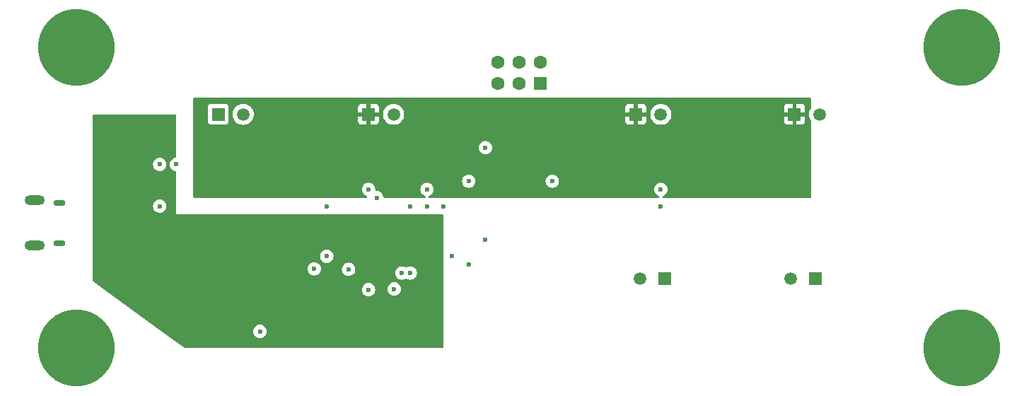
<source format=gbr>
%TF.GenerationSoftware,KiCad,Pcbnew,8.0.4*%
%TF.CreationDate,2024-11-13T20:23:26-08:00*%
%TF.ProjectId,Butterfly_v0,42757474-6572-4666-9c79-5f76302e6b69,rev?*%
%TF.SameCoordinates,Original*%
%TF.FileFunction,Copper,L3,Inr*%
%TF.FilePolarity,Positive*%
%FSLAX46Y46*%
G04 Gerber Fmt 4.6, Leading zero omitted, Abs format (unit mm)*
G04 Created by KiCad (PCBNEW 8.0.4) date 2024-11-13 20:23:26*
%MOMM*%
%LPD*%
G01*
G04 APERTURE LIST*
%TA.AperFunction,ComponentPad*%
%ADD10C,1.520000*%
%TD*%
%TA.AperFunction,ComponentPad*%
%ADD11R,1.520000X1.520000*%
%TD*%
%TA.AperFunction,ComponentPad*%
%ADD12O,2.400000X1.200000*%
%TD*%
%TA.AperFunction,ComponentPad*%
%ADD13O,1.460000X0.730000*%
%TD*%
%TA.AperFunction,ComponentPad*%
%ADD14C,9.200000*%
%TD*%
%TA.AperFunction,ComponentPad*%
%ADD15R,1.605000X1.605000*%
%TD*%
%TA.AperFunction,ComponentPad*%
%ADD16C,1.605000*%
%TD*%
%TA.AperFunction,ViaPad*%
%ADD17C,0.600000*%
%TD*%
G04 APERTURE END LIST*
D10*
%TO.N,GND*%
%TO.C,J6*%
X142500000Y-84680000D03*
D11*
%TO.N,Net-(J6-Pad1)*%
X145500000Y-84680000D03*
%TD*%
%TO.N,+12V*%
%TO.C,J4*%
X124000000Y-65000000D03*
D10*
%TO.N,Net-(J4-Pad2)*%
X127000000Y-65000000D03*
%TD*%
D12*
%TO.N,GND*%
%TO.C,J2*%
X52000000Y-80725000D03*
X52000000Y-75275000D03*
D13*
X55030000Y-80425000D03*
X55030000Y-75575000D03*
%TD*%
D11*
%TO.N,Net-(J7-Pad1)*%
%TO.C,J7*%
X127500000Y-84680000D03*
D10*
%TO.N,GND*%
X124500000Y-84680000D03*
%TD*%
D11*
%TO.N,+12V*%
%TO.C,J3*%
X92000000Y-65000000D03*
D10*
%TO.N,Net-(D2-PadA)*%
X95000000Y-65000000D03*
%TD*%
D14*
%TO.N,GND*%
%TO.C,H3*%
X163000000Y-93000000D03*
%TD*%
D10*
%TO.N,Net-(J5-Pad2)*%
%TO.C,J5*%
X146000000Y-65000000D03*
D11*
%TO.N,+12V*%
X143000000Y-65000000D03*
%TD*%
D14*
%TO.N,GND*%
%TO.C,H2*%
X57000000Y-93000000D03*
%TD*%
D10*
%TO.N,GND*%
%TO.C,J1*%
X77000000Y-65000000D03*
D11*
%TO.N,Net-(D1-A)*%
X74000000Y-65000000D03*
%TD*%
D14*
%TO.N,GND*%
%TO.C,H4*%
X163000000Y-57000000D03*
%TD*%
%TO.N,GND*%
%TO.C,H1*%
X57000000Y-57000000D03*
%TD*%
D15*
%TO.N,MISO*%
%TO.C,J8*%
X112540000Y-61270000D03*
D16*
%TO.N,+3.3V*%
X112540000Y-58730000D03*
%TO.N,SCK*%
X110000000Y-61270000D03*
%TO.N,MOSI*%
X110000000Y-58730000D03*
%TO.N,RESET*%
X107460000Y-61270000D03*
%TO.N,GND*%
X107460000Y-58730000D03*
%TD*%
D17*
%TO.N,+3.3V*%
X100000000Y-88000000D03*
X94934413Y-88065587D03*
X95000000Y-89000000D03*
X95000000Y-91000000D03*
X91000000Y-91000000D03*
X89000000Y-90000000D03*
X97000000Y-90000000D03*
X100000000Y-86000000D03*
X98374999Y-80675000D03*
X78000000Y-80000000D03*
X88000000Y-78000000D03*
X78000000Y-89000000D03*
X72000000Y-88000000D03*
X72000000Y-81000000D03*
X74000000Y-81000000D03*
X76000000Y-81000000D03*
X76000000Y-78000000D03*
X74000000Y-78000000D03*
X72000000Y-78000000D03*
X63000000Y-84000000D03*
X65000000Y-71000000D03*
X67000000Y-67000000D03*
X62000000Y-67000000D03*
%TO.N,+12V*%
X82000000Y-74000000D03*
X72000000Y-74000000D03*
X72000000Y-70000000D03*
%TO.N,SCK*%
X92000000Y-74000000D03*
X106000000Y-69000000D03*
%TO.N,RESET*%
X85500000Y-83500000D03*
X87000000Y-82000000D03*
X95077087Y-85922913D03*
X87000000Y-76000000D03*
%TO.N,Net-(U6-~{DTR}#)*%
X67000000Y-71000000D03*
X69000000Y-71000000D03*
%TO.N,TX-O*%
X97000000Y-84000000D03*
%TO.N,RX-I*%
X96000000Y-84000000D03*
X89617408Y-83567429D03*
%TO.N,TX-O*%
X67000000Y-76000000D03*
%TO.N,RESET*%
X104000000Y-83000000D03*
X114000000Y-73000000D03*
%TO.N,MISO*%
X93000000Y-75000000D03*
X104000000Y-73000000D03*
%TO.N,PD6*%
X127000000Y-74000000D03*
X127000000Y-76000000D03*
%TO.N,PD3*%
X102000000Y-82000000D03*
X106000000Y-80000000D03*
%TO.N,PD6*%
X97000000Y-76000000D03*
X101000000Y-76000000D03*
%TO.N,PD5*%
X99000000Y-76000000D03*
X99000000Y-76000000D03*
X99000000Y-76000000D03*
X99000000Y-74000000D03*
X99000000Y-74000000D03*
X99000000Y-74000000D03*
%TO.N,SCL*%
X79000000Y-91000000D03*
X79000000Y-91000000D03*
X79000000Y-91000000D03*
X92000000Y-86000000D03*
%TD*%
%TA.AperFunction,Conductor*%
%TO.N,+12V*%
G36*
X144943039Y-63019685D02*
G01*
X144988794Y-63072489D01*
X145000000Y-63124000D01*
X145000000Y-64191435D01*
X144980315Y-64258474D01*
X144977576Y-64262557D01*
X144904204Y-64367344D01*
X144810994Y-64567235D01*
X144810990Y-64567244D01*
X144753909Y-64780275D01*
X144753907Y-64780285D01*
X144734685Y-64999998D01*
X144734685Y-65000001D01*
X144753907Y-65219714D01*
X144753909Y-65219724D01*
X144810990Y-65432755D01*
X144810995Y-65432769D01*
X144904203Y-65632654D01*
X144904205Y-65632658D01*
X144977575Y-65737442D01*
X144999902Y-65803646D01*
X145000000Y-65808564D01*
X145000000Y-74876000D01*
X144980315Y-74943039D01*
X144927511Y-74988794D01*
X144876000Y-75000000D01*
X127295685Y-75000000D01*
X127228646Y-74980315D01*
X127182891Y-74927511D01*
X127172947Y-74858353D01*
X127201972Y-74794797D01*
X127254731Y-74758958D01*
X127288607Y-74747103D01*
X127349522Y-74725789D01*
X127502262Y-74629816D01*
X127629816Y-74502262D01*
X127725789Y-74349522D01*
X127785368Y-74179255D01*
X127797149Y-74074699D01*
X127805565Y-74000003D01*
X127805565Y-73999996D01*
X127785369Y-73820750D01*
X127785368Y-73820745D01*
X127725788Y-73650476D01*
X127686582Y-73588080D01*
X127629816Y-73497738D01*
X127502262Y-73370184D01*
X127469379Y-73349522D01*
X127349523Y-73274211D01*
X127179254Y-73214631D01*
X127179249Y-73214630D01*
X127000004Y-73194435D01*
X126999996Y-73194435D01*
X126820750Y-73214630D01*
X126820745Y-73214631D01*
X126650476Y-73274211D01*
X126497737Y-73370184D01*
X126370184Y-73497737D01*
X126274211Y-73650476D01*
X126214631Y-73820745D01*
X126214630Y-73820750D01*
X126194435Y-73999996D01*
X126194435Y-74000003D01*
X126214630Y-74179249D01*
X126214631Y-74179254D01*
X126274211Y-74349523D01*
X126367341Y-74497737D01*
X126370184Y-74502262D01*
X126497738Y-74629816D01*
X126650478Y-74725789D01*
X126745269Y-74758958D01*
X126802046Y-74799680D01*
X126827793Y-74864633D01*
X126814337Y-74933194D01*
X126765950Y-74983597D01*
X126704315Y-75000000D01*
X99295685Y-75000000D01*
X99228646Y-74980315D01*
X99182891Y-74927511D01*
X99172947Y-74858353D01*
X99201972Y-74794797D01*
X99254731Y-74758958D01*
X99288607Y-74747103D01*
X99349522Y-74725789D01*
X99502262Y-74629816D01*
X99629816Y-74502262D01*
X99725789Y-74349522D01*
X99785368Y-74179255D01*
X99797149Y-74074699D01*
X99805565Y-74000003D01*
X99805565Y-73999996D01*
X99785369Y-73820750D01*
X99785368Y-73820745D01*
X99725788Y-73650476D01*
X99686582Y-73588080D01*
X99629816Y-73497738D01*
X99502262Y-73370184D01*
X99469379Y-73349522D01*
X99349523Y-73274211D01*
X99179254Y-73214631D01*
X99179249Y-73214630D01*
X99000004Y-73194435D01*
X98999996Y-73194435D01*
X98820750Y-73214630D01*
X98820745Y-73214631D01*
X98650476Y-73274211D01*
X98497737Y-73370184D01*
X98370184Y-73497737D01*
X98274211Y-73650476D01*
X98214631Y-73820745D01*
X98214630Y-73820750D01*
X98194435Y-73999996D01*
X98194435Y-74000003D01*
X98214630Y-74179249D01*
X98214631Y-74179254D01*
X98274211Y-74349523D01*
X98367341Y-74497737D01*
X98370184Y-74502262D01*
X98497738Y-74629816D01*
X98650478Y-74725789D01*
X98745269Y-74758958D01*
X98802046Y-74799680D01*
X98827793Y-74864633D01*
X98814337Y-74933194D01*
X98765950Y-74983597D01*
X98704315Y-75000000D01*
X93916378Y-75000000D01*
X93849339Y-74980315D01*
X93803584Y-74927511D01*
X93793158Y-74889883D01*
X93785369Y-74820749D01*
X93785368Y-74820745D01*
X93725788Y-74650476D01*
X93686582Y-74588080D01*
X93629816Y-74497738D01*
X93502262Y-74370184D01*
X93469379Y-74349522D01*
X93349523Y-74274211D01*
X93179254Y-74214631D01*
X93179249Y-74214630D01*
X93000004Y-74194435D01*
X92999996Y-74194435D01*
X92935388Y-74201714D01*
X92866566Y-74189659D01*
X92815187Y-74142310D01*
X92797563Y-74074699D01*
X92798285Y-74064610D01*
X92805565Y-74000002D01*
X92805565Y-73999996D01*
X92785369Y-73820750D01*
X92785368Y-73820745D01*
X92725788Y-73650476D01*
X92686582Y-73588080D01*
X92629816Y-73497738D01*
X92502262Y-73370184D01*
X92469379Y-73349522D01*
X92349523Y-73274211D01*
X92179254Y-73214631D01*
X92179249Y-73214630D01*
X92000004Y-73194435D01*
X91999996Y-73194435D01*
X91820750Y-73214630D01*
X91820745Y-73214631D01*
X91650476Y-73274211D01*
X91497737Y-73370184D01*
X91370184Y-73497737D01*
X91274211Y-73650476D01*
X91214631Y-73820745D01*
X91214630Y-73820750D01*
X91194435Y-73999996D01*
X91194435Y-74000003D01*
X91214630Y-74179249D01*
X91214631Y-74179254D01*
X91274211Y-74349523D01*
X91367341Y-74497737D01*
X91370184Y-74502262D01*
X91497738Y-74629816D01*
X91650478Y-74725789D01*
X91745269Y-74758958D01*
X91802046Y-74799680D01*
X91827793Y-74864633D01*
X91814337Y-74933194D01*
X91765950Y-74983597D01*
X91704315Y-75000000D01*
X71124000Y-75000000D01*
X71056961Y-74980315D01*
X71011206Y-74927511D01*
X71000000Y-74876000D01*
X71000000Y-72999996D01*
X103194435Y-72999996D01*
X103194435Y-73000003D01*
X103214630Y-73179249D01*
X103214631Y-73179254D01*
X103274211Y-73349523D01*
X103367341Y-73497737D01*
X103370184Y-73502262D01*
X103497738Y-73629816D01*
X103650478Y-73725789D01*
X103820745Y-73785368D01*
X103820750Y-73785369D01*
X103999996Y-73805565D01*
X104000000Y-73805565D01*
X104000004Y-73805565D01*
X104179249Y-73785369D01*
X104179252Y-73785368D01*
X104179255Y-73785368D01*
X104349522Y-73725789D01*
X104502262Y-73629816D01*
X104629816Y-73502262D01*
X104725789Y-73349522D01*
X104785368Y-73179255D01*
X104805565Y-73000000D01*
X104805565Y-72999996D01*
X113194435Y-72999996D01*
X113194435Y-73000003D01*
X113214630Y-73179249D01*
X113214631Y-73179254D01*
X113274211Y-73349523D01*
X113367341Y-73497737D01*
X113370184Y-73502262D01*
X113497738Y-73629816D01*
X113650478Y-73725789D01*
X113820745Y-73785368D01*
X113820750Y-73785369D01*
X113999996Y-73805565D01*
X114000000Y-73805565D01*
X114000004Y-73805565D01*
X114179249Y-73785369D01*
X114179252Y-73785368D01*
X114179255Y-73785368D01*
X114349522Y-73725789D01*
X114502262Y-73629816D01*
X114629816Y-73502262D01*
X114725789Y-73349522D01*
X114785368Y-73179255D01*
X114805565Y-73000000D01*
X114785368Y-72820745D01*
X114725789Y-72650478D01*
X114629816Y-72497738D01*
X114502262Y-72370184D01*
X114349523Y-72274211D01*
X114179254Y-72214631D01*
X114179249Y-72214630D01*
X114000004Y-72194435D01*
X113999996Y-72194435D01*
X113820750Y-72214630D01*
X113820745Y-72214631D01*
X113650476Y-72274211D01*
X113497737Y-72370184D01*
X113370184Y-72497737D01*
X113274211Y-72650476D01*
X113214631Y-72820745D01*
X113214630Y-72820750D01*
X113194435Y-72999996D01*
X104805565Y-72999996D01*
X104785368Y-72820745D01*
X104725789Y-72650478D01*
X104629816Y-72497738D01*
X104502262Y-72370184D01*
X104349523Y-72274211D01*
X104179254Y-72214631D01*
X104179249Y-72214630D01*
X104000004Y-72194435D01*
X103999996Y-72194435D01*
X103820750Y-72214630D01*
X103820745Y-72214631D01*
X103650476Y-72274211D01*
X103497737Y-72370184D01*
X103370184Y-72497737D01*
X103274211Y-72650476D01*
X103214631Y-72820745D01*
X103214630Y-72820750D01*
X103194435Y-72999996D01*
X71000000Y-72999996D01*
X71000000Y-68999996D01*
X105194435Y-68999996D01*
X105194435Y-69000003D01*
X105214630Y-69179249D01*
X105214631Y-69179254D01*
X105274211Y-69349523D01*
X105370184Y-69502262D01*
X105497738Y-69629816D01*
X105650478Y-69725789D01*
X105820745Y-69785368D01*
X105820750Y-69785369D01*
X105999996Y-69805565D01*
X106000000Y-69805565D01*
X106000004Y-69805565D01*
X106179249Y-69785369D01*
X106179252Y-69785368D01*
X106179255Y-69785368D01*
X106349522Y-69725789D01*
X106502262Y-69629816D01*
X106629816Y-69502262D01*
X106725789Y-69349522D01*
X106785368Y-69179255D01*
X106805565Y-69000000D01*
X106785368Y-68820745D01*
X106725789Y-68650478D01*
X106629816Y-68497738D01*
X106502262Y-68370184D01*
X106349523Y-68274211D01*
X106179254Y-68214631D01*
X106179249Y-68214630D01*
X106000004Y-68194435D01*
X105999996Y-68194435D01*
X105820750Y-68214630D01*
X105820745Y-68214631D01*
X105650476Y-68274211D01*
X105497737Y-68370184D01*
X105370184Y-68497737D01*
X105274211Y-68650476D01*
X105214631Y-68820745D01*
X105214630Y-68820750D01*
X105194435Y-68999996D01*
X71000000Y-68999996D01*
X71000000Y-64192135D01*
X72739500Y-64192135D01*
X72739500Y-65807870D01*
X72739501Y-65807876D01*
X72745908Y-65867483D01*
X72796202Y-66002328D01*
X72796206Y-66002335D01*
X72882452Y-66117544D01*
X72882455Y-66117547D01*
X72997664Y-66203793D01*
X72997671Y-66203797D01*
X73132517Y-66254091D01*
X73132516Y-66254091D01*
X73139444Y-66254835D01*
X73192127Y-66260500D01*
X74807872Y-66260499D01*
X74867483Y-66254091D01*
X75002331Y-66203796D01*
X75117546Y-66117546D01*
X75203796Y-66002331D01*
X75254091Y-65867483D01*
X75260500Y-65807873D01*
X75260499Y-64999998D01*
X75734685Y-64999998D01*
X75734685Y-65000001D01*
X75753907Y-65219714D01*
X75753909Y-65219724D01*
X75810990Y-65432755D01*
X75810995Y-65432769D01*
X75904203Y-65632654D01*
X75904207Y-65632662D01*
X76030712Y-65813330D01*
X76186669Y-65969287D01*
X76367337Y-66095792D01*
X76367339Y-66095793D01*
X76367342Y-66095795D01*
X76413990Y-66117547D01*
X76567230Y-66189004D01*
X76567232Y-66189004D01*
X76567237Y-66189007D01*
X76780280Y-66246092D01*
X76937222Y-66259822D01*
X76999998Y-66265315D01*
X77000000Y-66265315D01*
X77000002Y-66265315D01*
X77060762Y-66259999D01*
X77219720Y-66246092D01*
X77432763Y-66189007D01*
X77632658Y-66095795D01*
X77813329Y-65969288D01*
X77969288Y-65813329D01*
X78095795Y-65632658D01*
X78189007Y-65432763D01*
X78246092Y-65219720D01*
X78265315Y-65000000D01*
X78246092Y-64780280D01*
X78189007Y-64567237D01*
X78095795Y-64367343D01*
X77973128Y-64192155D01*
X90740000Y-64192155D01*
X90740000Y-64750000D01*
X91555440Y-64750000D01*
X91524755Y-64803147D01*
X91490000Y-64932857D01*
X91490000Y-65067143D01*
X91524755Y-65196853D01*
X91555440Y-65250000D01*
X90740000Y-65250000D01*
X90740000Y-65807844D01*
X90746401Y-65867372D01*
X90746403Y-65867379D01*
X90796645Y-66002086D01*
X90796649Y-66002093D01*
X90882809Y-66117187D01*
X90882812Y-66117190D01*
X90997906Y-66203350D01*
X90997913Y-66203354D01*
X91132620Y-66253596D01*
X91132627Y-66253598D01*
X91192155Y-66259999D01*
X91192172Y-66260000D01*
X91750000Y-66260000D01*
X91750000Y-65444560D01*
X91803147Y-65475245D01*
X91932857Y-65510000D01*
X92067143Y-65510000D01*
X92196853Y-65475245D01*
X92250000Y-65444560D01*
X92250000Y-66260000D01*
X92807828Y-66260000D01*
X92807844Y-66259999D01*
X92867372Y-66253598D01*
X92867379Y-66253596D01*
X93002086Y-66203354D01*
X93002093Y-66203350D01*
X93117187Y-66117190D01*
X93117190Y-66117187D01*
X93203350Y-66002093D01*
X93203354Y-66002086D01*
X93253596Y-65867379D01*
X93253598Y-65867372D01*
X93259999Y-65807844D01*
X93260000Y-65807827D01*
X93260000Y-65250000D01*
X92444560Y-65250000D01*
X92475245Y-65196853D01*
X92510000Y-65067143D01*
X92510000Y-64999998D01*
X93734685Y-64999998D01*
X93734685Y-65000001D01*
X93753907Y-65219714D01*
X93753909Y-65219724D01*
X93810990Y-65432755D01*
X93810995Y-65432769D01*
X93904203Y-65632654D01*
X93904207Y-65632662D01*
X94030712Y-65813330D01*
X94186669Y-65969287D01*
X94367337Y-66095792D01*
X94367339Y-66095793D01*
X94367342Y-66095795D01*
X94413990Y-66117547D01*
X94567230Y-66189004D01*
X94567232Y-66189004D01*
X94567237Y-66189007D01*
X94780280Y-66246092D01*
X94937222Y-66259822D01*
X94999998Y-66265315D01*
X95000000Y-66265315D01*
X95000002Y-66265315D01*
X95060762Y-66259999D01*
X95219720Y-66246092D01*
X95432763Y-66189007D01*
X95632658Y-66095795D01*
X95813329Y-65969288D01*
X95969288Y-65813329D01*
X96095795Y-65632658D01*
X96189007Y-65432763D01*
X96246092Y-65219720D01*
X96265315Y-65000000D01*
X96246092Y-64780280D01*
X96189007Y-64567237D01*
X96095795Y-64367343D01*
X95973128Y-64192155D01*
X122740000Y-64192155D01*
X122740000Y-64750000D01*
X123555440Y-64750000D01*
X123524755Y-64803147D01*
X123490000Y-64932857D01*
X123490000Y-65067143D01*
X123524755Y-65196853D01*
X123555440Y-65250000D01*
X122740000Y-65250000D01*
X122740000Y-65807844D01*
X122746401Y-65867372D01*
X122746403Y-65867379D01*
X122796645Y-66002086D01*
X122796649Y-66002093D01*
X122882809Y-66117187D01*
X122882812Y-66117190D01*
X122997906Y-66203350D01*
X122997913Y-66203354D01*
X123132620Y-66253596D01*
X123132627Y-66253598D01*
X123192155Y-66259999D01*
X123192172Y-66260000D01*
X123750000Y-66260000D01*
X123750000Y-65444560D01*
X123803147Y-65475245D01*
X123932857Y-65510000D01*
X124067143Y-65510000D01*
X124196853Y-65475245D01*
X124250000Y-65444560D01*
X124250000Y-66260000D01*
X124807828Y-66260000D01*
X124807844Y-66259999D01*
X124867372Y-66253598D01*
X124867379Y-66253596D01*
X125002086Y-66203354D01*
X125002093Y-66203350D01*
X125117187Y-66117190D01*
X125117190Y-66117187D01*
X125203350Y-66002093D01*
X125203354Y-66002086D01*
X125253596Y-65867379D01*
X125253598Y-65867372D01*
X125259999Y-65807844D01*
X125260000Y-65807827D01*
X125260000Y-65250000D01*
X124444560Y-65250000D01*
X124475245Y-65196853D01*
X124510000Y-65067143D01*
X124510000Y-64999998D01*
X125734685Y-64999998D01*
X125734685Y-65000001D01*
X125753907Y-65219714D01*
X125753909Y-65219724D01*
X125810990Y-65432755D01*
X125810995Y-65432769D01*
X125904203Y-65632654D01*
X125904207Y-65632662D01*
X126030712Y-65813330D01*
X126186669Y-65969287D01*
X126367337Y-66095792D01*
X126367339Y-66095793D01*
X126367342Y-66095795D01*
X126413990Y-66117547D01*
X126567230Y-66189004D01*
X126567232Y-66189004D01*
X126567237Y-66189007D01*
X126780280Y-66246092D01*
X126937222Y-66259822D01*
X126999998Y-66265315D01*
X127000000Y-66265315D01*
X127000002Y-66265315D01*
X127060762Y-66259999D01*
X127219720Y-66246092D01*
X127432763Y-66189007D01*
X127632658Y-66095795D01*
X127813329Y-65969288D01*
X127969288Y-65813329D01*
X128095795Y-65632658D01*
X128189007Y-65432763D01*
X128246092Y-65219720D01*
X128265315Y-65000000D01*
X128246092Y-64780280D01*
X128189007Y-64567237D01*
X128095795Y-64367343D01*
X127973128Y-64192155D01*
X141740000Y-64192155D01*
X141740000Y-64750000D01*
X142555440Y-64750000D01*
X142524755Y-64803147D01*
X142490000Y-64932857D01*
X142490000Y-65067143D01*
X142524755Y-65196853D01*
X142555440Y-65250000D01*
X141740000Y-65250000D01*
X141740000Y-65807844D01*
X141746401Y-65867372D01*
X141746403Y-65867379D01*
X141796645Y-66002086D01*
X141796649Y-66002093D01*
X141882809Y-66117187D01*
X141882812Y-66117190D01*
X141997906Y-66203350D01*
X141997913Y-66203354D01*
X142132620Y-66253596D01*
X142132627Y-66253598D01*
X142192155Y-66259999D01*
X142192172Y-66260000D01*
X142750000Y-66260000D01*
X142750000Y-65444560D01*
X142803147Y-65475245D01*
X142932857Y-65510000D01*
X143067143Y-65510000D01*
X143196853Y-65475245D01*
X143250000Y-65444560D01*
X143250000Y-66260000D01*
X143807828Y-66260000D01*
X143807844Y-66259999D01*
X143867372Y-66253598D01*
X143867379Y-66253596D01*
X144002086Y-66203354D01*
X144002093Y-66203350D01*
X144117187Y-66117190D01*
X144117190Y-66117187D01*
X144203350Y-66002093D01*
X144203354Y-66002086D01*
X144253596Y-65867379D01*
X144253598Y-65867372D01*
X144259999Y-65807844D01*
X144260000Y-65807827D01*
X144260000Y-65250000D01*
X143444560Y-65250000D01*
X143475245Y-65196853D01*
X143510000Y-65067143D01*
X143510000Y-64932857D01*
X143475245Y-64803147D01*
X143444560Y-64750000D01*
X144260000Y-64750000D01*
X144260000Y-64192172D01*
X144259999Y-64192155D01*
X144253598Y-64132627D01*
X144253596Y-64132620D01*
X144203354Y-63997913D01*
X144203350Y-63997906D01*
X144117190Y-63882812D01*
X144117187Y-63882809D01*
X144002093Y-63796649D01*
X144002086Y-63796645D01*
X143867379Y-63746403D01*
X143867372Y-63746401D01*
X143807844Y-63740000D01*
X143250000Y-63740000D01*
X143250000Y-64555439D01*
X143196853Y-64524755D01*
X143067143Y-64490000D01*
X142932857Y-64490000D01*
X142803147Y-64524755D01*
X142750000Y-64555439D01*
X142750000Y-63740000D01*
X142192155Y-63740000D01*
X142132627Y-63746401D01*
X142132620Y-63746403D01*
X141997913Y-63796645D01*
X141997906Y-63796649D01*
X141882812Y-63882809D01*
X141882809Y-63882812D01*
X141796649Y-63997906D01*
X141796645Y-63997913D01*
X141746403Y-64132620D01*
X141746401Y-64132627D01*
X141740000Y-64192155D01*
X127973128Y-64192155D01*
X127969288Y-64186671D01*
X127969286Y-64186668D01*
X127813330Y-64030712D01*
X127632662Y-63904207D01*
X127632654Y-63904203D01*
X127432769Y-63810995D01*
X127432755Y-63810990D01*
X127219724Y-63753909D01*
X127219722Y-63753908D01*
X127219720Y-63753908D01*
X127219718Y-63753907D01*
X127219714Y-63753907D01*
X127000002Y-63734685D01*
X126999998Y-63734685D01*
X126780285Y-63753907D01*
X126780275Y-63753909D01*
X126567244Y-63810990D01*
X126567235Y-63810994D01*
X126367344Y-63904204D01*
X126367342Y-63904205D01*
X126186668Y-64030713D01*
X126030713Y-64186668D01*
X125904205Y-64367342D01*
X125904204Y-64367344D01*
X125810994Y-64567235D01*
X125810990Y-64567244D01*
X125753909Y-64780275D01*
X125753907Y-64780285D01*
X125734685Y-64999998D01*
X124510000Y-64999998D01*
X124510000Y-64932857D01*
X124475245Y-64803147D01*
X124444560Y-64750000D01*
X125260000Y-64750000D01*
X125260000Y-64192172D01*
X125259999Y-64192155D01*
X125253598Y-64132627D01*
X125253596Y-64132620D01*
X125203354Y-63997913D01*
X125203350Y-63997906D01*
X125117190Y-63882812D01*
X125117187Y-63882809D01*
X125002093Y-63796649D01*
X125002086Y-63796645D01*
X124867379Y-63746403D01*
X124867372Y-63746401D01*
X124807844Y-63740000D01*
X124250000Y-63740000D01*
X124250000Y-64555439D01*
X124196853Y-64524755D01*
X124067143Y-64490000D01*
X123932857Y-64490000D01*
X123803147Y-64524755D01*
X123750000Y-64555439D01*
X123750000Y-63740000D01*
X123192155Y-63740000D01*
X123132627Y-63746401D01*
X123132620Y-63746403D01*
X122997913Y-63796645D01*
X122997906Y-63796649D01*
X122882812Y-63882809D01*
X122882809Y-63882812D01*
X122796649Y-63997906D01*
X122796645Y-63997913D01*
X122746403Y-64132620D01*
X122746401Y-64132627D01*
X122740000Y-64192155D01*
X95973128Y-64192155D01*
X95969288Y-64186671D01*
X95969286Y-64186668D01*
X95813330Y-64030712D01*
X95632662Y-63904207D01*
X95632654Y-63904203D01*
X95432769Y-63810995D01*
X95432755Y-63810990D01*
X95219724Y-63753909D01*
X95219722Y-63753908D01*
X95219720Y-63753908D01*
X95219718Y-63753907D01*
X95219714Y-63753907D01*
X95000002Y-63734685D01*
X94999998Y-63734685D01*
X94780285Y-63753907D01*
X94780275Y-63753909D01*
X94567244Y-63810990D01*
X94567235Y-63810994D01*
X94367344Y-63904204D01*
X94367342Y-63904205D01*
X94186668Y-64030713D01*
X94030713Y-64186668D01*
X93904205Y-64367342D01*
X93904204Y-64367344D01*
X93810994Y-64567235D01*
X93810990Y-64567244D01*
X93753909Y-64780275D01*
X93753907Y-64780285D01*
X93734685Y-64999998D01*
X92510000Y-64999998D01*
X92510000Y-64932857D01*
X92475245Y-64803147D01*
X92444560Y-64750000D01*
X93260000Y-64750000D01*
X93260000Y-64192172D01*
X93259999Y-64192155D01*
X93253598Y-64132627D01*
X93253596Y-64132620D01*
X93203354Y-63997913D01*
X93203350Y-63997906D01*
X93117190Y-63882812D01*
X93117187Y-63882809D01*
X93002093Y-63796649D01*
X93002086Y-63796645D01*
X92867379Y-63746403D01*
X92867372Y-63746401D01*
X92807844Y-63740000D01*
X92250000Y-63740000D01*
X92250000Y-64555439D01*
X92196853Y-64524755D01*
X92067143Y-64490000D01*
X91932857Y-64490000D01*
X91803147Y-64524755D01*
X91750000Y-64555439D01*
X91750000Y-63740000D01*
X91192155Y-63740000D01*
X91132627Y-63746401D01*
X91132620Y-63746403D01*
X90997913Y-63796645D01*
X90997906Y-63796649D01*
X90882812Y-63882809D01*
X90882809Y-63882812D01*
X90796649Y-63997906D01*
X90796645Y-63997913D01*
X90746403Y-64132620D01*
X90746401Y-64132627D01*
X90740000Y-64192155D01*
X77973128Y-64192155D01*
X77969288Y-64186671D01*
X77969286Y-64186668D01*
X77813330Y-64030712D01*
X77632662Y-63904207D01*
X77632654Y-63904203D01*
X77432769Y-63810995D01*
X77432755Y-63810990D01*
X77219724Y-63753909D01*
X77219722Y-63753908D01*
X77219720Y-63753908D01*
X77219718Y-63753907D01*
X77219714Y-63753907D01*
X77000002Y-63734685D01*
X76999998Y-63734685D01*
X76780285Y-63753907D01*
X76780275Y-63753909D01*
X76567244Y-63810990D01*
X76567235Y-63810994D01*
X76367344Y-63904204D01*
X76367342Y-63904205D01*
X76186668Y-64030713D01*
X76030713Y-64186668D01*
X75904205Y-64367342D01*
X75904204Y-64367344D01*
X75810994Y-64567235D01*
X75810990Y-64567244D01*
X75753909Y-64780275D01*
X75753907Y-64780285D01*
X75734685Y-64999998D01*
X75260499Y-64999998D01*
X75260499Y-64192128D01*
X75254091Y-64132517D01*
X75216120Y-64030712D01*
X75203797Y-63997671D01*
X75203793Y-63997664D01*
X75117547Y-63882455D01*
X75117544Y-63882452D01*
X75002335Y-63796206D01*
X75002328Y-63796202D01*
X74867482Y-63745908D01*
X74867483Y-63745908D01*
X74807883Y-63739501D01*
X74807881Y-63739500D01*
X74807873Y-63739500D01*
X74807864Y-63739500D01*
X73192129Y-63739500D01*
X73192123Y-63739501D01*
X73132516Y-63745908D01*
X72997671Y-63796202D01*
X72997664Y-63796206D01*
X72882455Y-63882452D01*
X72882452Y-63882455D01*
X72796206Y-63997664D01*
X72796202Y-63997671D01*
X72745908Y-64132517D01*
X72739574Y-64191435D01*
X72739501Y-64192123D01*
X72739500Y-64192135D01*
X71000000Y-64192135D01*
X71000000Y-63124000D01*
X71019685Y-63056961D01*
X71072489Y-63011206D01*
X71124000Y-63000000D01*
X144876000Y-63000000D01*
X144943039Y-63019685D01*
G37*
%TD.AperFunction*%
%TD*%
%TA.AperFunction,Conductor*%
%TO.N,+3.3V*%
G36*
X68943039Y-65019685D02*
G01*
X68988794Y-65072489D01*
X69000000Y-65124000D01*
X69000000Y-70083621D01*
X68980315Y-70150660D01*
X68927511Y-70196415D01*
X68889884Y-70206841D01*
X68820749Y-70214630D01*
X68820745Y-70214631D01*
X68650476Y-70274211D01*
X68497737Y-70370184D01*
X68370184Y-70497737D01*
X68274211Y-70650476D01*
X68214631Y-70820745D01*
X68214630Y-70820750D01*
X68194435Y-70999996D01*
X68194435Y-71000003D01*
X68214630Y-71179249D01*
X68214631Y-71179254D01*
X68274211Y-71349523D01*
X68370184Y-71502262D01*
X68497738Y-71629816D01*
X68650478Y-71725789D01*
X68820745Y-71785368D01*
X68820749Y-71785369D01*
X68889883Y-71793158D01*
X68954297Y-71820224D01*
X68993852Y-71877818D01*
X69000000Y-71916378D01*
X69000000Y-77000000D01*
X100876000Y-77000000D01*
X100943039Y-77019685D01*
X100988794Y-77072489D01*
X101000000Y-77124000D01*
X101000000Y-92876000D01*
X100980315Y-92943039D01*
X100927511Y-92988794D01*
X100876000Y-93000000D01*
X70040322Y-93000000D01*
X69973283Y-92980315D01*
X69967389Y-92976283D01*
X67249995Y-90999996D01*
X78194435Y-90999996D01*
X78194435Y-91000003D01*
X78214630Y-91179249D01*
X78214631Y-91179254D01*
X78274211Y-91349523D01*
X78370184Y-91502262D01*
X78497738Y-91629816D01*
X78650478Y-91725789D01*
X78820745Y-91785368D01*
X78820750Y-91785369D01*
X78999996Y-91805565D01*
X79000000Y-91805565D01*
X79000004Y-91805565D01*
X79179249Y-91785369D01*
X79179252Y-91785368D01*
X79179255Y-91785368D01*
X79349522Y-91725789D01*
X79502262Y-91629816D01*
X79629816Y-91502262D01*
X79725789Y-91349522D01*
X79785368Y-91179255D01*
X79805565Y-91000000D01*
X79785368Y-90820745D01*
X79725789Y-90650478D01*
X79629816Y-90497738D01*
X79502262Y-90370184D01*
X79349523Y-90274211D01*
X79179254Y-90214631D01*
X79179249Y-90214630D01*
X79000004Y-90194435D01*
X78999996Y-90194435D01*
X78820750Y-90214630D01*
X78820745Y-90214631D01*
X78650476Y-90274211D01*
X78497737Y-90370184D01*
X78370184Y-90497737D01*
X78274211Y-90650476D01*
X78214631Y-90820745D01*
X78214630Y-90820750D01*
X78194435Y-90999996D01*
X67249995Y-90999996D01*
X60374995Y-85999996D01*
X91194435Y-85999996D01*
X91194435Y-86000003D01*
X91214630Y-86179249D01*
X91214631Y-86179254D01*
X91274211Y-86349523D01*
X91321747Y-86425175D01*
X91370184Y-86502262D01*
X91497738Y-86629816D01*
X91650478Y-86725789D01*
X91820745Y-86785368D01*
X91820750Y-86785369D01*
X91999996Y-86805565D01*
X92000000Y-86805565D01*
X92000004Y-86805565D01*
X92179249Y-86785369D01*
X92179252Y-86785368D01*
X92179255Y-86785368D01*
X92349522Y-86725789D01*
X92502262Y-86629816D01*
X92629816Y-86502262D01*
X92725789Y-86349522D01*
X92785368Y-86179255D01*
X92794054Y-86102167D01*
X92805565Y-86000003D01*
X92805565Y-85999996D01*
X92796879Y-85922909D01*
X94271522Y-85922909D01*
X94271522Y-85922916D01*
X94291717Y-86102162D01*
X94291718Y-86102167D01*
X94351298Y-86272436D01*
X94447271Y-86425175D01*
X94574825Y-86552729D01*
X94665167Y-86609495D01*
X94697506Y-86629815D01*
X94727565Y-86648702D01*
X94897832Y-86708281D01*
X94897837Y-86708282D01*
X95077083Y-86728478D01*
X95077087Y-86728478D01*
X95077091Y-86728478D01*
X95256336Y-86708282D01*
X95256339Y-86708281D01*
X95256342Y-86708281D01*
X95426609Y-86648702D01*
X95579349Y-86552729D01*
X95706903Y-86425175D01*
X95802876Y-86272435D01*
X95862455Y-86102168D01*
X95873966Y-86000003D01*
X95882652Y-85922916D01*
X95882652Y-85922909D01*
X95862456Y-85743663D01*
X95862455Y-85743658D01*
X95802875Y-85573389D01*
X95706902Y-85420650D01*
X95579349Y-85293097D01*
X95426610Y-85197124D01*
X95256341Y-85137544D01*
X95256336Y-85137543D01*
X95077091Y-85117348D01*
X95077083Y-85117348D01*
X94897837Y-85137543D01*
X94897832Y-85137544D01*
X94727563Y-85197124D01*
X94574824Y-85293097D01*
X94447271Y-85420650D01*
X94351298Y-85573389D01*
X94291718Y-85743658D01*
X94291717Y-85743663D01*
X94271522Y-85922909D01*
X92796879Y-85922909D01*
X92785369Y-85820750D01*
X92785368Y-85820745D01*
X92725788Y-85650476D01*
X92629815Y-85497737D01*
X92502262Y-85370184D01*
X92349523Y-85274211D01*
X92179254Y-85214631D01*
X92179249Y-85214630D01*
X92000004Y-85194435D01*
X91999996Y-85194435D01*
X91820750Y-85214630D01*
X91820745Y-85214631D01*
X91650476Y-85274211D01*
X91497737Y-85370184D01*
X91370184Y-85497737D01*
X91274211Y-85650476D01*
X91214631Y-85820745D01*
X91214630Y-85820750D01*
X91194435Y-85999996D01*
X60374995Y-85999996D01*
X59051067Y-85037139D01*
X59008427Y-84981789D01*
X59000000Y-84936856D01*
X59000000Y-83499996D01*
X84694435Y-83499996D01*
X84694435Y-83500003D01*
X84714630Y-83679249D01*
X84714631Y-83679254D01*
X84774211Y-83849523D01*
X84816579Y-83916951D01*
X84870184Y-84002262D01*
X84997738Y-84129816D01*
X85076410Y-84179249D01*
X85105050Y-84197245D01*
X85150478Y-84225789D01*
X85320745Y-84285368D01*
X85320750Y-84285369D01*
X85499996Y-84305565D01*
X85500000Y-84305565D01*
X85500004Y-84305565D01*
X85679249Y-84285369D01*
X85679252Y-84285368D01*
X85679255Y-84285368D01*
X85849522Y-84225789D01*
X86002262Y-84129816D01*
X86129816Y-84002262D01*
X86225789Y-83849522D01*
X86285368Y-83679255D01*
X86285369Y-83679249D01*
X86297968Y-83567425D01*
X88811843Y-83567425D01*
X88811843Y-83567432D01*
X88832038Y-83746678D01*
X88832039Y-83746683D01*
X88891619Y-83916952D01*
X88987592Y-84069691D01*
X89115146Y-84197245D01*
X89205488Y-84254011D01*
X89255392Y-84285368D01*
X89267886Y-84293218D01*
X89303172Y-84305565D01*
X89438153Y-84352797D01*
X89438158Y-84352798D01*
X89617404Y-84372994D01*
X89617408Y-84372994D01*
X89617412Y-84372994D01*
X89796657Y-84352798D01*
X89796660Y-84352797D01*
X89796663Y-84352797D01*
X89966930Y-84293218D01*
X90119670Y-84197245D01*
X90247224Y-84069691D01*
X90291016Y-83999996D01*
X95194435Y-83999996D01*
X95194435Y-84000003D01*
X95214630Y-84179249D01*
X95214631Y-84179254D01*
X95274211Y-84349523D01*
X95276269Y-84352798D01*
X95370184Y-84502262D01*
X95497738Y-84629816D01*
X95650478Y-84725789D01*
X95820745Y-84785368D01*
X95820750Y-84785369D01*
X95999996Y-84805565D01*
X96000000Y-84805565D01*
X96000004Y-84805565D01*
X96179249Y-84785369D01*
X96179252Y-84785368D01*
X96179255Y-84785368D01*
X96349522Y-84725789D01*
X96434027Y-84672691D01*
X96501264Y-84653690D01*
X96565973Y-84672691D01*
X96650475Y-84725788D01*
X96820745Y-84785368D01*
X96820750Y-84785369D01*
X96999996Y-84805565D01*
X97000000Y-84805565D01*
X97000004Y-84805565D01*
X97179249Y-84785369D01*
X97179252Y-84785368D01*
X97179255Y-84785368D01*
X97349522Y-84725789D01*
X97502262Y-84629816D01*
X97629816Y-84502262D01*
X97725789Y-84349522D01*
X97785368Y-84179255D01*
X97785369Y-84179249D01*
X97805565Y-84000003D01*
X97805565Y-83999996D01*
X97785369Y-83820750D01*
X97785368Y-83820745D01*
X97759453Y-83746684D01*
X97725789Y-83650478D01*
X97629816Y-83497738D01*
X97502262Y-83370184D01*
X97434027Y-83327309D01*
X97349523Y-83274211D01*
X97179254Y-83214631D01*
X97179249Y-83214630D01*
X97000004Y-83194435D01*
X96999996Y-83194435D01*
X96820750Y-83214630D01*
X96820737Y-83214633D01*
X96650479Y-83274209D01*
X96565971Y-83327309D01*
X96498734Y-83346309D01*
X96434029Y-83327309D01*
X96349520Y-83274209D01*
X96179262Y-83214633D01*
X96179249Y-83214630D01*
X96000004Y-83194435D01*
X95999996Y-83194435D01*
X95820750Y-83214630D01*
X95820745Y-83214631D01*
X95650476Y-83274211D01*
X95497737Y-83370184D01*
X95370184Y-83497737D01*
X95274211Y-83650476D01*
X95214631Y-83820745D01*
X95214630Y-83820750D01*
X95194435Y-83999996D01*
X90291016Y-83999996D01*
X90343197Y-83916951D01*
X90402776Y-83746684D01*
X90402777Y-83746678D01*
X90422973Y-83567432D01*
X90422973Y-83567425D01*
X90402777Y-83388179D01*
X90402776Y-83388174D01*
X90379183Y-83320750D01*
X90343197Y-83217907D01*
X90247224Y-83065167D01*
X90119670Y-82937613D01*
X89966931Y-82841640D01*
X89796662Y-82782060D01*
X89796657Y-82782059D01*
X89617412Y-82761864D01*
X89617404Y-82761864D01*
X89438158Y-82782059D01*
X89438153Y-82782060D01*
X89267884Y-82841640D01*
X89115145Y-82937613D01*
X88987592Y-83065166D01*
X88891619Y-83217905D01*
X88832039Y-83388174D01*
X88832038Y-83388179D01*
X88811843Y-83567425D01*
X86297968Y-83567425D01*
X86305565Y-83500003D01*
X86305565Y-83499996D01*
X86285369Y-83320750D01*
X86285368Y-83320745D01*
X86225788Y-83150476D01*
X86129815Y-82997737D01*
X86002262Y-82870184D01*
X85849523Y-82774211D01*
X85679254Y-82714631D01*
X85679249Y-82714630D01*
X85500004Y-82694435D01*
X85499996Y-82694435D01*
X85320750Y-82714630D01*
X85320745Y-82714631D01*
X85150476Y-82774211D01*
X84997737Y-82870184D01*
X84870184Y-82997737D01*
X84774211Y-83150476D01*
X84714631Y-83320745D01*
X84714630Y-83320750D01*
X84694435Y-83499996D01*
X59000000Y-83499996D01*
X59000000Y-81999996D01*
X86194435Y-81999996D01*
X86194435Y-82000003D01*
X86214630Y-82179249D01*
X86214631Y-82179254D01*
X86274211Y-82349523D01*
X86370184Y-82502262D01*
X86497738Y-82629816D01*
X86588080Y-82686582D01*
X86632721Y-82714632D01*
X86650478Y-82725789D01*
X86788860Y-82774211D01*
X86820745Y-82785368D01*
X86820750Y-82785369D01*
X86999996Y-82805565D01*
X87000000Y-82805565D01*
X87000004Y-82805565D01*
X87179249Y-82785369D01*
X87179252Y-82785368D01*
X87179255Y-82785368D01*
X87349522Y-82725789D01*
X87502262Y-82629816D01*
X87629816Y-82502262D01*
X87725789Y-82349522D01*
X87785368Y-82179255D01*
X87805565Y-82000000D01*
X87785368Y-81820745D01*
X87725789Y-81650478D01*
X87629816Y-81497738D01*
X87502262Y-81370184D01*
X87349523Y-81274211D01*
X87179254Y-81214631D01*
X87179249Y-81214630D01*
X87000004Y-81194435D01*
X86999996Y-81194435D01*
X86820750Y-81214630D01*
X86820745Y-81214631D01*
X86650476Y-81274211D01*
X86497737Y-81370184D01*
X86370184Y-81497737D01*
X86274211Y-81650476D01*
X86214631Y-81820745D01*
X86214630Y-81820750D01*
X86194435Y-81999996D01*
X59000000Y-81999996D01*
X59000000Y-75999996D01*
X66194435Y-75999996D01*
X66194435Y-76000003D01*
X66214630Y-76179249D01*
X66214631Y-76179254D01*
X66274211Y-76349523D01*
X66370184Y-76502262D01*
X66497738Y-76629816D01*
X66650478Y-76725789D01*
X66820745Y-76785368D01*
X66820750Y-76785369D01*
X66999996Y-76805565D01*
X67000000Y-76805565D01*
X67000004Y-76805565D01*
X67179249Y-76785369D01*
X67179252Y-76785368D01*
X67179255Y-76785368D01*
X67349522Y-76725789D01*
X67502262Y-76629816D01*
X67629816Y-76502262D01*
X67725789Y-76349522D01*
X67785368Y-76179255D01*
X67805565Y-76000000D01*
X67785368Y-75820745D01*
X67725789Y-75650478D01*
X67629816Y-75497738D01*
X67502262Y-75370184D01*
X67469379Y-75349522D01*
X67349523Y-75274211D01*
X67179254Y-75214631D01*
X67179249Y-75214630D01*
X67000004Y-75194435D01*
X66999996Y-75194435D01*
X66820750Y-75214630D01*
X66820745Y-75214631D01*
X66650476Y-75274211D01*
X66497737Y-75370184D01*
X66370184Y-75497737D01*
X66274211Y-75650476D01*
X66214631Y-75820745D01*
X66214630Y-75820750D01*
X66194435Y-75999996D01*
X59000000Y-75999996D01*
X59000000Y-70999996D01*
X66194435Y-70999996D01*
X66194435Y-71000003D01*
X66214630Y-71179249D01*
X66214631Y-71179254D01*
X66274211Y-71349523D01*
X66370184Y-71502262D01*
X66497738Y-71629816D01*
X66650478Y-71725789D01*
X66820745Y-71785368D01*
X66820750Y-71785369D01*
X66999996Y-71805565D01*
X67000000Y-71805565D01*
X67000004Y-71805565D01*
X67179249Y-71785369D01*
X67179252Y-71785368D01*
X67179255Y-71785368D01*
X67349522Y-71725789D01*
X67502262Y-71629816D01*
X67629816Y-71502262D01*
X67725789Y-71349522D01*
X67785368Y-71179255D01*
X67805565Y-71000000D01*
X67785368Y-70820745D01*
X67725789Y-70650478D01*
X67629816Y-70497738D01*
X67502262Y-70370184D01*
X67469379Y-70349522D01*
X67349523Y-70274211D01*
X67179254Y-70214631D01*
X67179249Y-70214630D01*
X67000004Y-70194435D01*
X66999996Y-70194435D01*
X66820750Y-70214630D01*
X66820745Y-70214631D01*
X66650476Y-70274211D01*
X66497737Y-70370184D01*
X66370184Y-70497737D01*
X66274211Y-70650476D01*
X66214631Y-70820745D01*
X66214630Y-70820750D01*
X66194435Y-70999996D01*
X59000000Y-70999996D01*
X59000000Y-65124000D01*
X59019685Y-65056961D01*
X59072489Y-65011206D01*
X59124000Y-65000000D01*
X68876000Y-65000000D01*
X68943039Y-65019685D01*
G37*
%TD.AperFunction*%
%TD*%
M02*

</source>
